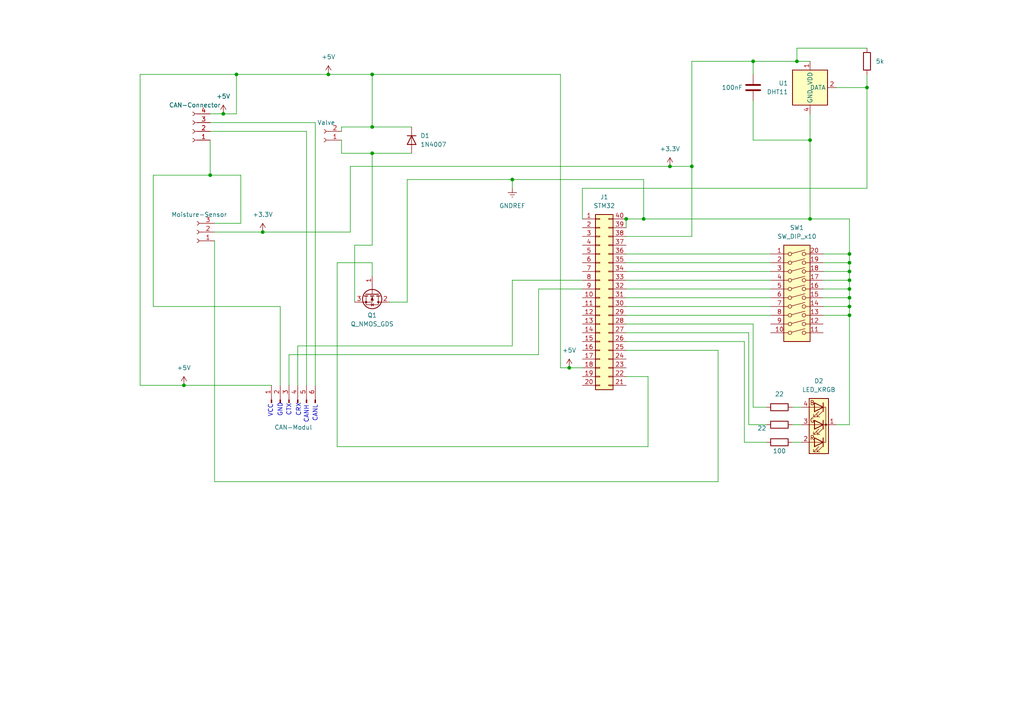
<source format=kicad_sch>
(kicad_sch (version 20250114) (generator "eeschema") (generator_version "9.0")
  (paper "A4")
  (title_block (title "Moisture Sensor with Microcontroller") (date "2025-06-08"))
  (lib_symbols
    (symbol "Connector:Conn_01x02_Socket" (pin_names (offset 1.016) (hide yes))
      (property "Reference" "J" (at 0 2.54 0))
      (property "Value" "Conn_01x02_Socket" (at 0 -5.08 0))
      (symbol "Conn_01x02_Socket_1_1"
        (polyline (pts (xy -1.27 0) (xy -0.508 0)) (stroke (width 0.1524)))
        (polyline (pts (xy -1.27 -2.54) (xy -0.508 -2.54)) (stroke (width 0.1524)))
        (arc (start 0 -0.508) (mid -0.5058 0) (end 0 0.508) (stroke (width 0.1524)))
        (arc (start 0 -3.048) (mid -0.5058 -2.54) (end 0 -2.032) (stroke (width 0.1524)))
        (pin passive line (at -5.08 0 0) (length 3.81) (name "Pin_1") (number "1"))
        (pin passive line (at -5.08 -2.54 0) (length 3.81) (name "Pin_2") (number "2"))
      )
    )
    (symbol "Connector:Conn_01x03_Socket" (pin_names (offset 1.016) (hide yes))
      (property "Reference" "J" (at 0 5.08 0))
      (property "Value" "Conn_01x03_Socket" (at 0 -5.08 0))
      (symbol "Conn_01x03_Socket_1_1"
        (polyline (pts (xy -1.27 2.54) (xy -0.508 2.54)) (stroke (width 0.1524)))
        (polyline (pts (xy -1.27 0) (xy -0.508 0)) (stroke (width 0.1524)))
        (polyline (pts (xy -1.27 -2.54) (xy -0.508 -2.54)) (stroke (width 0.1524)))
        (arc (start 0 2.032) (mid -0.5058 2.54) (end 0 3.048) (stroke (width 0.1524)))
        (arc (start 0 -0.508) (mid -0.5058 0) (end 0 0.508) (stroke (width 0.1524)))
        (arc (start 0 -3.048) (mid -0.5058 -2.54) (end 0 -2.032) (stroke (width 0.1524)))
        (pin passive line (at -5.08 2.54 0) (length 3.81) (name "Pin_1") (number "1"))
        (pin passive line (at -5.08 0 0) (length 3.81) (name "Pin_2") (number "2"))
        (pin passive line (at -5.08 -2.54 0) (length 3.81) (name "Pin_3") (number "3"))
      )
    )
    (symbol "Connector:Conn_01x04_Socket" (pin_names (offset 1.016) (hide yes))
      (property "Reference" "J" (at 0 5.08 0))
      (property "Value" "Conn_01x04_Socket" (at 0 -7.62 0))
      (symbol "Conn_01x04_Socket_1_1"
        (polyline (pts (xy -1.27 2.54) (xy -0.508 2.54)) (stroke (width 0.1524)))
        (polyline (pts (xy -1.27 0) (xy -0.508 0)) (stroke (width 0.1524)))
        (polyline (pts (xy -1.27 -2.54) (xy -0.508 -2.54)) (stroke (width 0.1524)))
        (polyline (pts (xy -1.27 -5.08) (xy -0.508 -5.08)) (stroke (width 0.1524)))
        (arc (start 0 2.032) (mid -0.5058 2.54) (end 0 3.048) (stroke (width 0.1524)))
        (arc (start 0 -0.508) (mid -0.5058 0) (end 0 0.508) (stroke (width 0.1524)))
        (arc (start 0 -3.048) (mid -0.5058 -2.54) (end 0 -2.032) (stroke (width 0.1524)))
        (arc (start 0 -5.588) (mid -0.5058 -5.08) (end 0 -4.572) (stroke (width 0.1524)))
        (pin passive line (at -5.08 2.54 0) (length 3.81) (name "Pin_1") (number "1"))
        (pin passive line (at -5.08 0 0) (length 3.81) (name "Pin_2") (number "2"))
        (pin passive line (at -5.08 -2.54 0) (length 3.81) (name "Pin_3") (number "3"))
        (pin passive line (at -5.08 -5.08 0) (length 3.81) (name "Pin_4") (number "4"))
      )
    )
    (symbol "Connector:Conn_01x06_Pin" (pin_names (offset 1.016) (hide yes))
      (property "Reference" "J" (at 0 7.62 0))
      (property "Value" "Conn_01x06_Pin" (at 0 -10.16 0))
      (symbol "Conn_01x06_Pin_1_1"
        (rectangle (start 0.8636 5.207) (end 0 4.953) (stroke (width 0.1524)) (fill (type outline)))
        (rectangle (start 0.8636 2.667) (end 0 2.413) (stroke (width 0.1524)) (fill (type outline)))
        (rectangle (start 0.8636 0.127) (end 0 -0.127) (stroke (width 0.1524)) (fill (type outline)))
        (rectangle (start 0.8636 -2.413) (end 0 -2.667) (stroke (width 0.1524)) (fill (type outline)))
        (rectangle (start 0.8636 -4.953) (end 0 -5.207) (stroke (width 0.1524)) (fill (type outline)))
        (rectangle (start 0.8636 -7.493) (end 0 -7.747) (stroke (width 0.1524)) (fill (type outline)))
        (polyline (pts (xy 1.27 5.08) (xy 0.8636 5.08)) (stroke (width 0.1524)))
        (polyline (pts (xy 1.27 2.54) (xy 0.8636 2.54)) (stroke (width 0.1524)))
        (polyline (pts (xy 1.27 0) (xy 0.8636 0)) (stroke (width 0.1524)))
        (polyline (pts (xy 1.27 -2.54) (xy 0.8636 -2.54)) (stroke (width 0.1524)))
        (polyline (pts (xy 1.27 -5.08) (xy 0.8636 -5.08)) (stroke (width 0.1524)))
        (polyline (pts (xy 1.27 -7.62) (xy 0.8636 -7.62)) (stroke (width 0.1524)))
        (pin passive line (at 5.08 5.08 180) (length 3.81) (name "Pin_1") (number "1"))
        (pin passive line (at 5.08 2.54 180) (length 3.81) (name "Pin_2") (number "2"))
        (pin passive line (at 5.08 0 180) (length 3.81) (name "Pin_3") (number "3"))
        (pin passive line (at 5.08 -2.54 180) (length 3.81) (name "Pin_4") (number "4"))
        (pin passive line (at 5.08 -5.08 180) (length 3.81) (name "Pin_5") (number "5"))
        (pin passive line (at 5.08 -7.62 180) (length 3.81) (name "Pin_6") (number "6"))
      )
    )
    (symbol "Connector_Generic:Conn_02x20_Counter_Clockwise" (pin_names (offset 1.016) (hide yes))
      (property "Reference" "J" (at 1.27 25.4 0))
      (property "Value" "Conn_02x20_Counter_Clockwise" (at 1.27 -27.94 0))
      (symbol "Conn_02x20_Counter_Clockwise_1_1"
        (rectangle (start -1.27 24.13) (end 3.81 -26.67) (stroke (width 0.254)) (fill (type background)))
        (rectangle (start -1.27 22.987) (end 0 22.733) (stroke (width 0.1524)))
        (rectangle (start -1.27 20.447) (end 0 20.193) (stroke (width 0.1524)))
        (rectangle (start -1.27 17.907) (end 0 17.653) (stroke (width 0.1524)))
        (rectangle (start -1.27 15.367) (end 0 15.113) (stroke (width 0.1524)))
        (rectangle (start -1.27 12.827) (end 0 12.573) (stroke (width 0.1524)))
        (rectangle (start -1.27 10.287) (end 0 10.033) (stroke (width 0.1524)))
        (rectangle (start -1.27 7.747) (end 0 7.493) (stroke (width 0.1524)))
        (rectangle (start -1.27 5.207) (end 0 4.953) (stroke (width 0.1524)))
        (rectangle (start -1.27 2.667) (end 0 2.413) (stroke (width 0.1524)))
        (rectangle (start -1.27 0.127) (end 0 -0.127) (stroke (width 0.1524)))
        (rectangle (start -1.27 -2.413) (end 0 -2.667) (stroke (width 0.1524)))
        (rectangle (start -1.27 -4.953) (end 0 -5.207) (stroke (width 0.1524)))
        (rectangle (start -1.27 -7.493) (end 0 -7.747) (stroke (width 0.1524)))
        (rectangle (start -1.27 -10.033) (end 0 -10.287) (stroke (width 0.1524)))
        (rectangle (start -1.27 -12.573) (end 0 -12.827) (stroke (width 0.1524)))
        (rectangle (start -1.27 -15.113) (end 0 -15.367) (stroke (width 0.1524)))
        (rectangle (start -1.27 -17.653) (end 0 -17.907) (stroke (width 0.1524)))
        (rectangle (start -1.27 -20.193) (end 0 -20.447) (stroke (width 0.1524)))
        (rectangle (start -1.27 -22.733) (end 0 -22.987) (stroke (width 0.1524)))
        (rectangle (start -1.27 -25.273) (end 0 -25.527) (stroke (width 0.1524)))
        (rectangle (start 3.81 22.987) (end 2.54 22.733) (stroke (width 0.1524)))
        (rectangle (start 3.81 20.447) (end 2.54 20.193) (stroke (width 0.1524)))
        (rectangle (start 3.81 17.907) (end 2.54 17.653) (stroke (width 0.1524)))
        (rectangle (start 3.81 15.367) (end 2.54 15.113) (stroke (width 0.1524)))
        (rectangle (start 3.81 12.827) (end 2.54 12.573) (stroke (width 0.1524)))
        (rectangle (start 3.81 10.287) (end 2.54 10.033) (stroke (width 0.1524)))
        (rectangle (start 3.81 7.747) (end 2.54 7.493) (stroke (width 0.1524)))
        (rectangle (start 3.81 5.207) (end 2.54 4.953) (stroke (width 0.1524)))
        (rectangle (start 3.81 2.667) (end 2.54 2.413) (stroke (width 0.1524)))
        (rectangle (start 3.81 0.127) (end 2.54 -0.127) (stroke (width 0.1524)))
        (rectangle (start 3.81 -2.413) (end 2.54 -2.667) (stroke (width 0.1524)))
        (rectangle (start 3.81 -4.953) (end 2.54 -5.207) (stroke (width 0.1524)))
        (rectangle (start 3.81 -7.493) (end 2.54 -7.747) (stroke (width 0.1524)))
        (rectangle (start 3.81 -10.033) (end 2.54 -10.287) (stroke (width 0.1524)))
        (rectangle (start 3.81 -12.573) (end 2.54 -12.827) (stroke (width 0.1524)))
        (rectangle (start 3.81 -15.113) (end 2.54 -15.367) (stroke (width 0.1524)))
        (rectangle (start 3.81 -17.653) (end 2.54 -17.907) (stroke (width 0.1524)))
        (rectangle (start 3.81 -20.193) (end 2.54 -20.447) (stroke (width 0.1524)))
        (rectangle (start 3.81 -22.733) (end 2.54 -22.987) (stroke (width 0.1524)))
        (rectangle (start 3.81 -25.273) (end 2.54 -25.527) (stroke (width 0.1524)))
        (pin passive line (at -5.08 22.86 0) (length 3.81) (name "Pin_1") (number "1"))
        (pin passive line (at -5.08 20.32 0) (length 3.81) (name "Pin_2") (number "2"))
        (pin passive line (at -5.08 17.78 0) (length 3.81) (name "Pin_3") (number "3"))
        (pin passive line (at -5.08 15.24 0) (length 3.81) (name "Pin_4") (number "4"))
        (pin passive line (at -5.08 12.7 0) (length 3.81) (name "Pin_5") (number "5"))
        (pin passive line (at -5.08 10.16 0) (length 3.81) (name "Pin_6") (number "6"))
        (pin passive line (at -5.08 7.62 0) (length 3.81) (name "Pin_7") (number "7"))
        (pin passive line (at -5.08 5.08 0) (length 3.81) (name "Pin_8") (number "8"))
        (pin passive line (at -5.08 2.54 0) (length 3.81) (name "Pin_9") (number "9"))
        (pin passive line (at -5.08 0 0) (length 3.81) (name "Pin_10") (number "10"))
        (pin passive line (at -5.08 -2.54 0) (length 3.81) (name "Pin_11") (number "11"))
        (pin passive line (at -5.08 -5.08 0) (length 3.81) (name "Pin_12") (number "12"))
        (pin passive line (at -5.08 -7.62 0) (length 3.81) (name "Pin_13") (number "13"))
        (pin passive line (at -5.08 -10.16 0) (length 3.81) (name "Pin_14") (number "14"))
        (pin passive line (at -5.08 -12.7 0) (length 3.81) (name "Pin_15") (number "15"))
        (pin passive line (at -5.08 -15.24 0) (length 3.81) (name "Pin_16") (number "16"))
        (pin passive line (at -5.08 -17.78 0) (length 3.81) (name "Pin_17") (number "17"))
        (pin passive line (at -5.08 -20.32 0) (length 3.81) (name "Pin_18") (number "18"))
        (pin passive line (at -5.08 -22.86 0) (length 3.81) (name "Pin_19") (number "19"))
        (pin passive line (at -5.08 -25.4 0) (length 3.81) (name "Pin_20") (number "20"))
        (pin passive line (at 7.62 22.86 180) (length 3.81) (name "Pin_40") (number "40"))
        (pin passive line (at 7.62 20.32 180) (length 3.81) (name "Pin_39") (number "39"))
        (pin passive line (at 7.62 17.78 180) (length 3.81) (name "Pin_38") (number "38"))
        (pin passive line (at 7.62 15.24 180) (length 3.81) (name "Pin_37") (number "37"))
        (pin passive line (at 7.62 12.7 180) (length 3.81) (name "Pin_36") (number "36"))
        (pin passive line (at 7.62 10.16 180) (length 3.81) (name "Pin_35") (number "35"))
        (pin passive line (at 7.62 7.62 180) (length 3.81) (name "Pin_34") (number "34"))
        (pin passive line (at 7.62 5.08 180) (length 3.81) (name "Pin_33") (number "33"))
        (pin passive line (at 7.62 2.54 180) (length 3.81) (name "Pin_32") (number "32"))
        (pin passive line (at 7.62 0 180) (length 3.81) (name "Pin_31") (number "31"))
        (pin passive line (at 7.62 -2.54 180) (length 3.81) (name "Pin_30") (number "30"))
        (pin passive line (at 7.62 -5.08 180) (length 3.81) (name "Pin_29") (number "29"))
        (pin passive line (at 7.62 -7.62 180) (length 3.81) (name "Pin_28") (number "28"))
        (pin passive line (at 7.62 -10.16 180) (length 3.81) (name "Pin_27") (number "27"))
        (pin passive line (at 7.62 -12.7 180) (length 3.81) (name "Pin_26") (number "26"))
        (pin passive line (at 7.62 -15.24 180) (length 3.81) (name "Pin_25") (number "25"))
        (pin passive line (at 7.62 -17.78 180) (length 3.81) (name "Pin_24") (number "24"))
        (pin passive line (at 7.62 -20.32 180) (length 3.81) (name "Pin_23") (number "23"))
        (pin passive line (at 7.62 -22.86 180) (length 3.81) (name "Pin_22") (number "22"))
        (pin passive line (at 7.62 -25.4 180) (length 3.81) (name "Pin_21") (number "21"))
      )
    )
    (symbol "Device:C" (pin_numbers (hide yes)) (pin_names (offset 0.254))
      (property "Reference" "C" (at 0.635 2.54 0))
      (property "Value" "C" (at 0.635 -2.54 0))
      (symbol "C_0_1"
        (polyline (pts (xy -2.032 0.762) (xy 2.032 0.762)) (stroke (width 0.508)))
        (polyline (pts (xy -2.032 -0.762) (xy 2.032 -0.762)) (stroke (width 0.508)))
      )
      (symbol "C_1_1"
        (pin passive line (at 0 3.81 270) (length 2.794) (name "~") (number "1"))
        (pin passive line (at 0 -3.81 90) (length 2.794) (name "~") (number "2"))
      )
    )
    (symbol "Device:LED_KRGB" (pin_names (offset 0) (hide yes))
      (property "Reference" "D" (at 0 9.398 0))
      (property "Value" "LED_KRGB" (at 0 -8.89 0))
      (symbol "LED_KRGB_0_0"
        (text "R" (at 1.905 3.81 0) (effects (font (size 1.27 1.27))))
        (text "G" (at 1.905 -1.27 0) (effects (font (size 1.27 1.27))))
        (text "B" (at 1.905 -6.35 0) (effects (font (size 1.27 1.27))))
      )
      (symbol "LED_KRGB_0_1"
        (circle (center -2.032 0) (radius 0.254) (fill (type outline)))
        (polyline (pts (xy -1.27 6.35) (xy -1.27 3.81)) (stroke (width 0.254)))
        (polyline (pts (xy -1.27 6.35) (xy -1.27 3.81) (xy -1.27 3.81)))
        (polyline (pts (xy -1.27 5.08) (xy 1.27 5.08)))
        (polyline (pts (xy -1.27 5.08) (xy -2.032 5.08) (xy -2.032 -5.08) (xy -1.016 -5.08)))
        (polyline (pts (xy -1.27 1.27) (xy -1.27 -1.27)) (stroke (width 0.254)))
        (polyline (pts (xy -1.27 1.27) (xy -1.27 -1.27) (xy -1.27 -1.27)))
        (polyline (pts (xy -1.27 0) (xy -2.54 0)))
        (polyline (pts (xy -1.27 -3.81) (xy -1.27 -6.35)) (stroke (width 0.254)))
        (polyline (pts (xy -1.27 -5.08) (xy 1.27 -5.08)))
        (polyline (pts (xy -1.016 6.35) (xy 0.508 7.874) (xy -0.254 7.874) (xy 0.508 7.874) (xy 0.508 7.112)))
        (polyline (pts (xy -1.016 1.27) (xy 0.508 2.794) (xy -0.254 2.794) (xy 0.508 2.794) (xy 0.508 2.032)))
        (polyline (pts (xy -1.016 -3.81) (xy 0.508 -2.286) (xy -0.254 -2.286) (xy 0.508 -2.286) (xy 0.508 -3.048)))
        (polyline (pts (xy 0 6.35) (xy 1.524 7.874) (xy 0.762 7.874) (xy 1.524 7.874) (xy 1.524 7.112)))
        (polyline (pts (xy 0 1.27) (xy 1.524 2.794) (xy 0.762 2.794) (xy 1.524 2.794) (xy 1.524 2.032)))
        (polyline (pts (xy 0 -3.81) (xy 1.524 -2.286) (xy 0.762 -2.286) (xy 1.524 -2.286) (xy 1.524 -3.048)))
        (polyline (pts (xy 1.27 6.35) (xy 1.27 3.81) (xy -1.27 5.08) (xy 1.27 6.35)) (stroke (width 0.254)))
        (rectangle (start 1.27 6.35) (end 1.27 6.35))
        (polyline (pts (xy 1.27 5.08) (xy 2.54 5.08)))
        (rectangle (start 1.27 3.81) (end 1.27 6.35))
        (polyline (pts (xy 1.27 1.27) (xy 1.27 -1.27) (xy -1.27 0) (xy 1.27 1.27)) (stroke (width 0.254)))
        (rectangle (start 1.27 1.27) (end 1.27 1.27))
        (polyline (pts (xy 1.27 0) (xy -1.27 0)))
        (polyline (pts (xy 1.27 0) (xy 2.54 0)))
        (rectangle (start 1.27 -1.27) (end 1.27 1.27))
        (polyline (pts (xy 1.27 -3.81) (xy 1.27 -6.35) (xy -1.27 -5.08) (xy 1.27 -3.81)) (stroke (width 0.254)))
        (polyline (pts (xy 1.27 -5.08) (xy 2.54 -5.08)))
        (rectangle (start 2.794 8.382) (end -2.794 -7.62) (stroke (width 0.254)) (fill (type background)))
      )
      (symbol "LED_KRGB_1_1"
        (pin passive line (at -5.08 0 0) (length 2.54) (name "K") (number "1"))
        (pin passive line (at 5.08 5.08 180) (length 2.54) (name "RA") (number "2"))
        (pin passive line (at 5.08 0 180) (length 2.54) (name "GA") (number "3"))
        (pin passive line (at 5.08 -5.08 180) (length 2.54) (name "BA") (number "4"))
      )
    )
    (symbol "Device:R" (pin_numbers (hide yes)) (pin_names (offset 0))
      (property "Reference" "R" (at 2.032 0 90))
      (property "Value" "R" (at 0 0 90))
      (symbol "R_0_1"
        (rectangle (start -1.016 -2.54) (end 1.016 2.54) (stroke (width 0.254)))
      )
      (symbol "R_1_1"
        (pin passive line (at 0 3.81 270) (length 1.27) (name "~") (number "1"))
        (pin passive line (at 0 -3.81 90) (length 1.27) (name "~") (number "2"))
      )
    )
    (symbol "Diode:1N4007" (pin_numbers (hide yes)) (pin_names (hide yes))
      (property "Reference" "D" (at 0 2.54 0))
      (property "Value" "1N4007" (at 0 -2.54 0))
      (symbol "1N4007_0_1"
        (polyline (pts (xy -1.27 1.27) (xy -1.27 -1.27)) (stroke (width 0.254)))
        (polyline (pts (xy 1.27 1.27) (xy 1.27 -1.27) (xy -1.27 0) (xy 1.27 1.27)) (stroke (width 0.254)))
        (polyline (pts (xy 1.27 0) (xy -1.27 0)))
      )
      (symbol "1N4007_1_1"
        (pin passive line (at -3.81 0 0) (length 2.54) (name "K") (number "1"))
        (pin passive line (at 3.81 0 180) (length 2.54) (name "A") (number "2"))
      )
    )
    (symbol "Sensor:DHT11"
      (property "Reference" "U" (at -3.81 6.35 0))
      (property "Value" "DHT11" (at 3.81 6.35 0))
      (symbol "DHT11_0_1"
        (rectangle (start -5.08 5.08) (end 5.08 -5.08) (stroke (width 0.254)) (fill (type background)))
      )
      (symbol "DHT11_1_1"
        (pin no_connect line (at -5.08 0 0) (length 2.54) (hide yes) (name "NC") (number "3"))
        (pin power_in line (at 0 7.62 270) (length 2.54) (name "VDD") (number "1"))
        (pin power_in line (at 0 -7.62 90) (length 2.54) (name "GND") (number "4"))
        (pin bidirectional line (at 7.62 0 180) (length 2.54) (name "DATA") (number "2"))
      )
    )
    (symbol "Switch:SW_DIP_x10" (pin_names (offset 0) (hide yes))
      (property "Reference" "SW" (at 0 16.51 0))
      (property "Value" "SW_DIP_x10" (at 0 -13.97 0))
      (symbol "SW_DIP_x10_0_0"
        (circle (center -2.032 12.7) (radius 0.508))
        (circle (center -2.032 10.16) (radius 0.508))
        (circle (center -2.032 7.62) (radius 0.508))
        (circle (center -2.032 5.08) (radius 0.508))
        (circle (center -2.032 2.54) (radius 0.508))
        (circle (center -2.032 0) (radius 0.508))
        (circle (center -2.032 -2.54) (radius 0.508))
        (circle (center -2.032 -5.08) (radius 0.508))
        (circle (center -2.032 -7.62) (radius 0.508))
        (circle (center -2.032 -10.16) (radius 0.508))
        (polyline (pts (xy -1.524 12.827) (xy 2.3622 13.8684)))
        (polyline (pts (xy -1.524 10.287) (xy 2.3622 11.3284)))
        (polyline (pts (xy -1.524 7.747) (xy 2.3622 8.7884)))
        (polyline (pts (xy -1.524 5.207) (xy 2.3622 6.2484)))
        (polyline (pts (xy -1.524 2.667) (xy 2.3622 3.7084)))
        (polyline (pts (xy -1.524 0.127) (xy 2.3622 1.1684)))
        (polyline (pts (xy -1.524 -2.3876) (xy 2.3622 -1.3462)))
        (polyline (pts (xy -1.524 -4.9276) (xy 2.3622 -3.8862)))
        (polyline (pts (xy -1.524 -7.4676) (xy 2.3622 -6.4262)))
        (polyline (pts (xy -1.524 -10.0076) (xy 2.3622 -8.9662)))
        (circle (center 2.032 12.7) (radius 0.508))
        (circle (center 2.032 10.16) (radius 0.508))
        (circle (center 2.032 7.62) (radius 0.508))
        (circle (center 2.032 5.08) (radius 0.508))
        (circle (center 2.032 2.54) (radius 0.508))
        (circle (center 2.032 0) (radius 0.508))
        (circle (center 2.032 -2.54) (radius 0.508))
        (circle (center 2.032 -5.08) (radius 0.508))
        (circle (center 2.032 -7.62) (radius 0.508))
        (circle (center 2.032 -10.16) (radius 0.508))
      )
      (symbol "SW_DIP_x10_0_1"
        (rectangle (start -3.81 15.24) (end 3.81 -12.7) (stroke (width 0.254)) (fill (type background)))
      )
      (symbol "SW_DIP_x10_1_1"
        (pin passive line (at -7.62 12.7 0) (length 5.08) (name "~") (number "1"))
        (pin passive line (at -7.62 10.16 0) (length 5.08) (name "~") (number "2"))
        (pin passive line (at -7.62 7.62 0) (length 5.08) (name "~") (number "3"))
        (pin passive line (at -7.62 5.08 0) (length 5.08) (name "~") (number "4"))
        (pin passive line (at -7.62 2.54 0) (length 5.08) (name "~") (number "5"))
        (pin passive line (at -7.62 0 0) (length 5.08) (name "~") (number "6"))
        (pin passive line (at -7.62 -2.54 0) (length 5.08) (name "~") (number "7"))
        (pin passive line (at -7.62 -5.08 0) (length 5.08) (name "~") (number "8"))
        (pin passive line (at -7.62 -7.62 0) (length 5.08) (name "~") (number "9"))
        (pin passive line (at -7.62 -10.16 0) (length 5.08) (name "~") (number "10"))
        (pin passive line (at 7.62 12.7 180) (length 5.08) (name "~") (number "20"))
        (pin passive line (at 7.62 10.16 180) (length 5.08) (name "~") (number "19"))
        (pin passive line (at 7.62 7.62 180) (length 5.08) (name "~") (number "18"))
        (pin passive line (at 7.62 5.08 180) (length 5.08) (name "~") (number "17"))
        (pin passive line (at 7.62 2.54 180) (length 5.08) (name "~") (number "16"))
        (pin passive line (at 7.62 0 180) (length 5.08) (name "~") (number "15"))
        (pin passive line (at 7.62 -2.54 180) (length 5.08) (name "~") (number "14"))
        (pin passive line (at 7.62 -5.08 180) (length 5.08) (name "~") (number "13"))
        (pin passive line (at 7.62 -7.62 180) (length 5.08) (name "~") (number "12"))
        (pin passive line (at 7.62 -10.16 180) (length 5.08) (name "~") (number "11"))
      )
    )
    (symbol "Transistor_FET:Q_NMOS_GDS" (pin_names (offset 0) (hide yes))
      (property "Reference" "Q" (at 5.08 1.905 0))
      (property "Value" "Q_NMOS_GDS" (at 5.08 0 0))
      (symbol "Q_NMOS_GDS_0_1"
        (polyline (pts (xy 0.254 1.905) (xy 0.254 -1.905)) (stroke (width 0.254)))
        (polyline (pts (xy 0.254 0) (xy -2.54 0)))
        (polyline (pts (xy 0.762 2.286) (xy 0.762 1.27)) (stroke (width 0.254)))
        (polyline (pts (xy 0.762 0.508) (xy 0.762 -0.508)) (stroke (width 0.254)))
        (polyline (pts (xy 0.762 -1.27) (xy 0.762 -2.286)) (stroke (width 0.254)))
        (polyline (pts (xy 0.762 -1.778) (xy 3.302 -1.778) (xy 3.302 1.778) (xy 0.762 1.778)))
        (polyline (pts (xy 1.016 0) (xy 2.032 0.381) (xy 2.032 -0.381) (xy 1.016 0)) (fill (type outline)))
        (circle (center 1.651 0) (radius 2.794) (stroke (width 0.254)))
        (polyline (pts (xy 2.54 2.54) (xy 2.54 1.778)))
        (circle (center 2.54 1.778) (radius 0.254) (fill (type outline)))
        (circle (center 2.54 -1.778) (radius 0.254) (fill (type outline)))
        (polyline (pts (xy 2.54 -2.54) (xy 2.54 0) (xy 0.762 0)))
        (polyline (pts (xy 2.921 0.381) (xy 3.683 0.381)))
        (polyline (pts (xy 3.302 0.381) (xy 2.921 -0.254) (xy 3.683 -0.254) (xy 3.302 0.381)))
      )
      (symbol "Q_NMOS_GDS_1_1"
        (pin input line (at -5.08 0 0) (length 2.54) (name "G") (number "1"))
        (pin passive line (at 2.54 5.08 270) (length 2.54) (name "D") (number "2"))
        (pin passive line (at 2.54 -5.08 90) (length 2.54) (name "S") (number "3"))
      )
    )
    (symbol "power:+3.3V" (power) (pin_numbers (hide yes)) (pin_names (offset 0) (hide yes))
      (property "Value" "+3.3V" (at 0 3.556 0))
      (symbol "+3.3V_0_1"
        (polyline (pts (xy -0.762 1.27) (xy 0 2.54)))
        (polyline (pts (xy 0 2.54) (xy 0.762 1.27)))
        (polyline (pts (xy 0 0) (xy 0 2.54)))
      )
      (symbol "+3.3V_1_1"
        (pin power_in line (at 0 0 90) (length 0) (name "~") (number "1"))
      )
    )
    (symbol "power:+5V" (power) (pin_numbers (hide yes)) (pin_names (offset 0) (hide yes))
      (property "Value" "+5V" (at 0 3.556 0))
      (symbol "+5V_0_1"
        (polyline (pts (xy -0.762 1.27) (xy 0 2.54)))
        (polyline (pts (xy 0 2.54) (xy 0.762 1.27)))
        (polyline (pts (xy 0 0) (xy 0 2.54)))
      )
      (symbol "+5V_1_1"
        (pin power_in line (at 0 0 90) (length 0) (name "~") (number "1"))
      )
    )
    (symbol "power:GNDREF" (power) (pin_numbers (hide yes)) (pin_names (offset 0) (hide yes))
      (property "Value" "GNDREF" (at 0 -3.81 0))
      (symbol "GNDREF_0_1"
        (polyline (pts (xy -0.635 -1.905) (xy 0.635 -1.905)))
        (polyline (pts (xy -0.127 -2.54) (xy 0.127 -2.54)))
        (polyline (pts (xy 0 -1.27) (xy 0 0)))
        (polyline (pts (xy 1.27 -1.27) (xy -1.27 -1.27)))
      )
      (symbol "GNDREF_1_1"
        (pin power_in line (at 0 0 270) (length 0) (name "~") (number "1"))
      )
    )
  )
  (text "CANL" (at 91.44 119.888 90) (effects (font (size 1.27 1.27))))
  (text "CANH" (at 88.9 120.142 90) (effects (font (size 1.27 1.27))))
  (text "VCC" (at 78.486 119.126 90) (effects (font (size 1.27 1.27))))
  (text "GND" (at 81.28 118.872 90) (effects (font (size 1.27 1.27))))
  (text "CRX" (at 86.614 118.872 90) (effects (font (size 1.27 1.27))))
  (text "CTX" (at 83.82 118.872 90) (effects (font (size 1.27 1.27))))
  (junction (at 246.38 81.28))
  (junction (at 246.38 73.66))
  (junction (at 200.66 48.26))
  (junction (at 181.61 63.5))
  (junction (at 194.31 48.26))
  (junction (at 53.34 111.76))
  (junction (at 95.25 21.59))
  (junction (at 107.95 36.83))
  (junction (at 246.38 83.82))
  (junction (at 64.77 33.02))
  (junction (at 234.95 40.64))
  (junction (at 246.38 76.2))
  (junction (at 218.44 17.78))
  (junction (at 246.38 86.36))
  (junction (at 76.2 67.31))
  (junction (at 148.59 52.07))
  (junction (at 231.14 17.78))
  (junction (at 165.1 106.68))
  (junction (at 68.58 21.59))
  (junction (at 246.38 78.74))
  (junction (at 246.38 88.9))
  (junction (at 246.38 91.44))
  (junction (at 234.95 63.5))
  (junction (at 251.46 25.4))
  (junction (at 186.69 63.5))
  (junction (at 107.95 21.59))
  (junction (at 107.95 44.45))
  (junction (at 60.96 50.8))
  (wire (pts (xy 215.9 128.27) (xy 215.9 99.06)))
  (wire (pts (xy 181.61 91.44) (xy 223.52 91.44)))
  (wire (pts (xy 99.06 36.83) (xy 99.06 38.1)))
  (wire (pts (xy 81.28 88.9) (xy 44.45 88.9)))
  (wire (pts (xy 83.82 102.87) (xy 156.21 102.87)))
  (wire (pts (xy 97.79 129.54) (xy 187.96 129.54)))
  (wire (pts (xy 101.6 67.31) (xy 101.6 48.26)))
  (wire (pts (xy 234.95 40.64) (xy 234.95 63.5)))
  (wire (pts (xy 156.21 102.87) (xy 156.21 83.82)))
  (wire (pts (xy 44.45 50.8) (xy 60.96 50.8)))
  (wire (pts (xy 148.59 52.07) (xy 186.69 52.07)))
  (wire (pts (xy 251.46 54.61) (xy 168.91 54.61)))
  (wire (pts (xy 76.2 67.31) (xy 101.6 67.31)))
  (wire (pts (xy 148.59 100.33) (xy 148.59 81.28)))
  (wire (pts (xy 222.25 128.27) (xy 215.9 128.27)))
  (wire (pts (xy 218.44 40.64) (xy 234.95 40.64)))
  (wire (pts (xy 200.66 68.58) (xy 181.61 68.58)))
  (wire (pts (xy 218.44 118.11) (xy 218.44 93.98)))
  (wire (pts (xy 99.06 44.45) (xy 107.95 44.45)))
  (wire (pts (xy 246.38 123.19) (xy 246.38 91.44)))
  (wire (pts (xy 181.61 86.36) (xy 223.52 86.36)))
  (wire (pts (xy 194.31 48.26) (xy 200.66 48.26)))
  (wire (pts (xy 218.44 93.98) (xy 181.61 93.98)))
  (wire (pts (xy 53.34 111.76) (xy 40.64 111.76)))
  (wire (pts (xy 107.95 36.83) (xy 99.06 36.83)))
  (wire (pts (xy 168.91 54.61) (xy 168.91 63.5)))
  (wire (pts (xy 118.11 52.07) (xy 148.59 52.07)))
  (wire (pts (xy 60.96 38.1) (xy 88.9 38.1)))
  (wire (pts (xy 62.23 64.77) (xy 69.85 64.77)))
  (wire (pts (xy 97.79 76.2) (xy 107.95 76.2)))
  (wire (pts (xy 181.61 88.9) (xy 223.52 88.9)))
  (wire (pts (xy 62.23 67.31) (xy 76.2 67.31)))
  (wire (pts (xy 217.17 123.19) (xy 217.17 96.52)))
  (wire (pts (xy 101.6 48.26) (xy 194.31 48.26)))
  (wire (pts (xy 187.96 129.54) (xy 187.96 109.22)))
  (wire (pts (xy 246.38 86.36) (xy 246.38 83.82)))
  (wire (pts (xy 215.9 99.06) (xy 181.61 99.06)))
  (wire (pts (xy 238.76 91.44) (xy 246.38 91.44)))
  (wire (pts (xy 238.76 86.36) (xy 246.38 86.36)))
  (wire (pts (xy 165.1 106.68) (xy 162.56 106.68)))
  (wire (pts (xy 40.64 21.59) (xy 68.58 21.59)))
  (wire (pts (xy 218.44 17.78) (xy 218.44 21.59)))
  (wire (pts (xy 232.41 118.11) (xy 229.87 118.11)))
  (wire (pts (xy 238.76 73.66) (xy 246.38 73.66)))
  (wire (pts (xy 200.66 48.26) (xy 200.66 68.58)))
  (wire (pts (xy 78.74 111.76) (xy 53.34 111.76)))
  (wire (pts (xy 69.85 50.8) (xy 60.96 50.8)))
  (wire (pts (xy 88.9 38.1) (xy 88.9 111.76)))
  (wire (pts (xy 232.41 128.27) (xy 229.87 128.27)))
  (wire (pts (xy 242.57 25.4) (xy 251.46 25.4)))
  (wire (pts (xy 246.38 88.9) (xy 246.38 86.36)))
  (wire (pts (xy 44.45 88.9) (xy 44.45 50.8)))
  (wire (pts (xy 181.61 78.74) (xy 223.52 78.74)))
  (wire (pts (xy 246.38 78.74) (xy 246.38 76.2)))
  (wire (pts (xy 246.38 91.44) (xy 246.38 88.9)))
  (wire (pts (xy 113.03 87.63) (xy 118.11 87.63)))
  (wire (pts (xy 60.96 35.56) (xy 91.44 35.56)))
  (wire (pts (xy 238.76 78.74) (xy 246.38 78.74)))
  (wire (pts (xy 217.17 96.52) (xy 181.61 96.52)))
  (wire (pts (xy 246.38 73.66) (xy 246.38 63.5)))
  (wire (pts (xy 107.95 71.12) (xy 107.95 44.45)))
  (wire (pts (xy 107.95 76.2) (xy 107.95 80.01)))
  (wire (pts (xy 156.21 83.82) (xy 168.91 83.82)))
  (wire (pts (xy 91.44 35.56) (xy 91.44 111.76)))
  (wire (pts (xy 246.38 76.2) (xy 246.38 73.66)))
  (wire (pts (xy 238.76 88.9) (xy 246.38 88.9)))
  (wire (pts (xy 186.69 63.5) (xy 181.61 63.5)))
  (wire (pts (xy 181.61 83.82) (xy 223.52 83.82)))
  (wire (pts (xy 81.28 111.76) (xy 81.28 88.9)))
  (wire (pts (xy 86.36 100.33) (xy 148.59 100.33)))
  (wire (pts (xy 181.61 76.2) (xy 223.52 76.2)))
  (wire (pts (xy 238.76 76.2) (xy 246.38 76.2)))
  (wire (pts (xy 97.79 76.2) (xy 97.79 129.54)))
  (wire (pts (xy 86.36 111.76) (xy 86.36 100.33)))
  (wire (pts (xy 69.85 64.77) (xy 69.85 50.8)))
  (wire (pts (xy 234.95 33.02) (xy 234.95 40.64)))
  (wire (pts (xy 218.44 17.78) (xy 231.14 17.78)))
  (wire (pts (xy 168.91 106.68) (xy 165.1 106.68)))
  (wire (pts (xy 181.61 81.28) (xy 223.52 81.28)))
  (wire (pts (xy 251.46 13.97) (xy 231.14 13.97)))
  (wire (pts (xy 208.28 139.7) (xy 208.28 101.6)))
  (wire (pts (xy 107.95 44.45) (xy 119.38 44.45)))
  (wire (pts (xy 251.46 21.59) (xy 251.46 25.4)))
  (wire (pts (xy 231.14 13.97) (xy 231.14 17.78)))
  (wire (pts (xy 181.61 73.66) (xy 223.52 73.66)))
  (wire (pts (xy 64.77 33.02) (xy 68.58 33.02)))
  (wire (pts (xy 246.38 63.5) (xy 234.95 63.5)))
  (wire (pts (xy 246.38 81.28) (xy 246.38 78.74)))
  (wire (pts (xy 238.76 83.82) (xy 246.38 83.82)))
  (wire (pts (xy 60.96 50.8) (xy 60.96 40.64)))
  (wire (pts (xy 238.76 81.28) (xy 246.38 81.28)))
  (wire (pts (xy 222.25 123.19) (xy 217.17 123.19)))
  (wire (pts (xy 148.59 81.28) (xy 168.91 81.28)))
  (wire (pts (xy 234.95 17.78) (xy 231.14 17.78)))
  (wire (pts (xy 119.38 36.83) (xy 107.95 36.83)))
  (wire (pts (xy 60.96 33.02) (xy 64.77 33.02)))
  (wire (pts (xy 200.66 17.78) (xy 200.66 48.26)))
  (wire (pts (xy 181.61 63.5) (xy 181.61 66.04)))
  (wire (pts (xy 232.41 123.19) (xy 229.87 123.19)))
  (wire (pts (xy 102.87 71.12) (xy 107.95 71.12)))
  (wire (pts (xy 62.23 139.7) (xy 208.28 139.7)))
  (wire (pts (xy 68.58 33.02) (xy 68.58 21.59)))
  (wire (pts (xy 62.23 69.85) (xy 62.23 139.7)))
  (wire (pts (xy 40.64 111.76) (xy 40.64 21.59)))
  (wire (pts (xy 246.38 83.82) (xy 246.38 81.28)))
  (wire (pts (xy 148.59 52.07) (xy 148.59 54.61)))
  (wire (pts (xy 208.28 101.6) (xy 181.61 101.6)))
  (wire (pts (xy 102.87 87.63) (xy 102.87 71.12)))
  (wire (pts (xy 187.96 109.22) (xy 181.61 109.22)))
  (wire (pts (xy 218.44 29.21) (xy 218.44 40.64)))
  (wire (pts (xy 200.66 17.78) (xy 218.44 17.78)))
  (wire (pts (xy 118.11 87.63) (xy 118.11 52.07)))
  (wire (pts (xy 186.69 52.07) (xy 186.69 63.5)))
  (wire (pts (xy 251.46 25.4) (xy 251.46 54.61)))
  (wire (pts (xy 242.57 123.19) (xy 246.38 123.19)))
  (wire (pts (xy 83.82 111.76) (xy 83.82 102.87)))
  (wire (pts (xy 99.06 44.45) (xy 99.06 40.64)))
  (wire (pts (xy 107.95 21.59) (xy 107.95 36.83)))
  (wire (pts (xy 162.56 21.59) (xy 107.95 21.59)))
  (wire (pts (xy 222.25 118.11) (xy 218.44 118.11)))
  (wire (pts (xy 95.25 21.59) (xy 107.95 21.59)))
  (wire (pts (xy 162.56 106.68) (xy 162.56 21.59)))
  (wire (pts (xy 234.95 63.5) (xy 186.69 63.5)))
  (wire (pts (xy 68.58 21.59) (xy 95.25 21.59)))
  (symbol (lib_id "Connector:Conn_01x02_Socket") (at 93.98 40.64 180) (unit 1)
    (property "Reference" "J2" (effects (hide yes)))
    (property "Value" "Valve" (at 94.615 35.56 0))
    (property "Description" "Generic connector, single row, 01x02, script generated" (effects (hide yes)))
  )
  (symbol (lib_id "Diode:1N4007") (at 119.38 40.64 270) (unit 1)
    (property "Reference" "D1" (at 121.92 39.3699 90) (effects (justify left)))
    (property "Value" "1N4007" (at 121.92 41.9099 90) (effects (justify left)))
    (property "Footprint" "Diode_THT:D_DO-41_SOD81_P10.16mm_Horizontal" (effects (hide yes)))
    (property "Datasheet" "http://www.vishay.com/docs/88503/1n4001.pdf" (effects (hide yes)))
    (property "Description" "1000V 1A General Purpose Rectifier Diode, DO-41" (effects (hide yes)))
    (property "Sim.Device" "D" (effects (hide yes)))
    (property "Sim.Pins" "1=K 2=A" (effects (hide yes)))
  )
  (symbol (lib_id "power:+3.3V") (at 194.31 48.26 0) (unit 1)
    (property "Reference" "#PWR02" (effects (hide yes)))
    (property "Value" "+3.3V" (at 194.31 43.18 0))
    (property "Description" "Power symbol creates a global label with name \"+3.3V\"" (effects (hide yes)))
  )
  (symbol (lib_id "Device:R") (at 251.46 17.78 0) (unit 1)
    (property "Reference" "R1" (effects (hide yes)))
    (property "Value" "5k" (at 254 17.7799 0) (effects (justify left)))
    (property "Description" "Resistor" (effects (hide yes)))
  )
  (symbol (lib_id "power:GNDREF") (at 148.59 54.61 0) (unit 1)
    (property "Reference" "#PWR01" (effects (hide yes)))
    (property "Value" "GNDREF" (at 148.59 59.69 0))
    (property "Description" "Power symbol creates a global label with name \"GNDREF\" , reference supply ground" (effects (hide yes)))
  )
  (symbol (lib_id "Device:LED_KRGB") (at 237.49 123.19 180) (unit 1)
    (property "Reference" "D2" (at 237.49 110.49 0))
    (property "Value" "LED_KRGB" (at 237.49 113.03 0))
    (property "Footprint" "LED_SMD:LED_Inolux_IN-PI554FCH_PLCC4_5.0x5.0mm_P3.2mm" (effects (hide yes)))
    (property "Description" "RGB LED, cathode/red/green/blue" (effects (hide yes)))
  )
  (symbol (lib_id "Transistor_FET:Q_NMOS_GDS") (at 107.95 85.09 270) (unit 1)
    (property "Reference" "Q1" (at 107.95 91.44 90))
    (property "Value" "Q_NMOS_GDS" (at 107.95 93.98 90))
    (property "Description" "N-MOSFET transistor, gate/drain/source" (effects (hide yes)))
  )
  (symbol (lib_id "Connector_Generic:Conn_02x20_Counter_Clockwise") (at 173.99 86.36 0) (unit 1)
    (property "Reference" "J1" (at 175.26 57.15 0))
    (property "Value" "STM32" (at 175.26 59.69 0))
    (property "Description" "Generic connector, double row, 02x20, counter clockwise pin numbering scheme (similar to DIP package numbering), script generated (kicad-library-utils/schlib/autogen/connector/)" (effects (hide yes)))
  )
  (symbol (lib_id "Device:R") (at 226.06 128.27 90) (unit 1)
    (property "Reference" "R2" (effects (hide yes)))
    (property "Value" "100" (at 226.06 130.81 90))
    (property "Description" "Resistor" (effects (hide yes)))
  )
  (symbol (lib_id "Device:R") (at 226.06 123.19 90) (unit 1)
    (property "Reference" "R4" (effects (hide yes)))
    (property "Value" "22" (at 220.98 124.206 90))
    (property "Description" "Resistor" (effects (hide yes)))
  )
  (symbol (lib_id "Connector:Conn_01x06_Pin") (at 83.82 116.84 90) (unit 1)
    (property "Reference" "J5" (effects (hide yes)))
    (property "Value" "CAN-Modul" (at 85.09 123.952 90))
    (property "Description" "Generic connector, single row, 01x06, script generated" (effects (hide yes)))
  )
  (symbol (lib_id "power:+5V") (at 53.34 111.76 0) (unit 1)
    (property "Reference" "#PWR06" (effects (hide yes)))
    (property "Value" "+5V" (at 53.34 106.68 0))
    (property "Description" "Power symbol creates a global label with name \"+5V\"" (effects (hide yes)))
  )
  (symbol (lib_id "Switch:SW_DIP_x10") (at 231.14 86.36 0) (unit 1)
    (property "Reference" "SW1" (at 231.14 66.04 0))
    (property "Value" "SW_DIP_x10" (at 231.14 68.58 0))
    (property "Description" "10x DIP Switch, Single Pole Single Throw (SPST) switch, small symbol" (effects (hide yes)))
  )
  (symbol (lib_id "Sensor:DHT11") (at 234.95 25.4 0) (unit 1)
    (property "Reference" "U1" (at 228.6 24.1299 0) (effects (justify right)))
    (property "Value" "DHT11" (at 228.6 26.6699 0) (effects (justify right)))
    (property "Footprint" "Sensor:Aosong_DHT11_5.5x12.0_P2.54mm" (effects (hide yes)))
    (property "Datasheet" "http://akizukidenshi.com/download/ds/aosong/DHT11.pdf" (effects (hide yes)))
    (property "Description" "3.3V to 5.5V, temperature and humidity module, DHT11" (effects (hide yes)))
  )
  (symbol (lib_id "Connector:Conn_01x04_Socket") (at 55.88 38.1 180) (unit 1)
    (property "Reference" "J4" (effects (hide yes)))
    (property "Value" "CAN-Connector" (at 56.515 30.48 0))
    (property "Description" "Generic connector, single row, 01x04, script generated" (effects (hide yes)))
  )
  (symbol (lib_id "Device:C") (at 218.44 25.4 0) (unit 1)
    (property "Reference" "C1" (effects (hide yes)))
    (property "Value" "100nF" (at 209.296 25.4 0) (effects (justify left)))
    (property "Description" "Unpolarized capacitor" (effects (hide yes)))
  )
  (symbol (lib_id "Connector:Conn_01x03_Socket") (at 57.15 67.31 180) (unit 1)
    (property "Reference" "J3" (effects (hide yes)))
    (property "Value" "Moisture-Sensor" (at 57.785 62.23 0))
    (property "Description" "Generic connector, single row, 01x03, script generated" (effects (hide yes)))
  )
  (symbol (lib_id "power:+5V") (at 64.77 33.02 0) (unit 1)
    (property "Reference" "#PWR07" (effects (hide yes)))
    (property "Value" "+5V" (at 64.77 27.94 0))
    (property "Description" "Power symbol creates a global label with name \"+5V\"" (effects (hide yes)))
  )
  (symbol (lib_id "power:+5V") (at 165.1 106.68 0) (unit 1)
    (property "Reference" "#PWR05" (effects (hide yes)))
    (property "Value" "+5V" (at 165.1 101.6 0))
    (property "Description" "Power symbol creates a global label with name \"+5V\"" (effects (hide yes)))
  )
  (symbol (lib_id "Device:R") (at 226.06 118.11 90) (unit 1)
    (property "Reference" "R3" (effects (hide yes)))
    (property "Value" "22" (at 226.06 114.3 90))
    (property "Description" "Resistor" (effects (hide yes)))
  )
  (symbol (lib_id "power:+5V") (at 95.25 21.59 0) (unit 1)
    (property "Reference" "#PWR04" (effects (hide yes)))
    (property "Value" "+5V" (at 95.25 16.51 0))
    (property "Description" "Power symbol creates a global label with name \"+5V\"" (effects (hide yes)))
  )
  (symbol (lib_id "power:+3.3V") (at 76.2 67.31 0) (unit 1)
    (property "Reference" "#PWR03" (effects (hide yes)))
    (property "Value" "+3.3V" (at 76.2 62.23 0))
    (property "Description" "Power symbol creates a global label with name \"+3.3V\"" (effects (hide yes)))
  )
)
</source>
